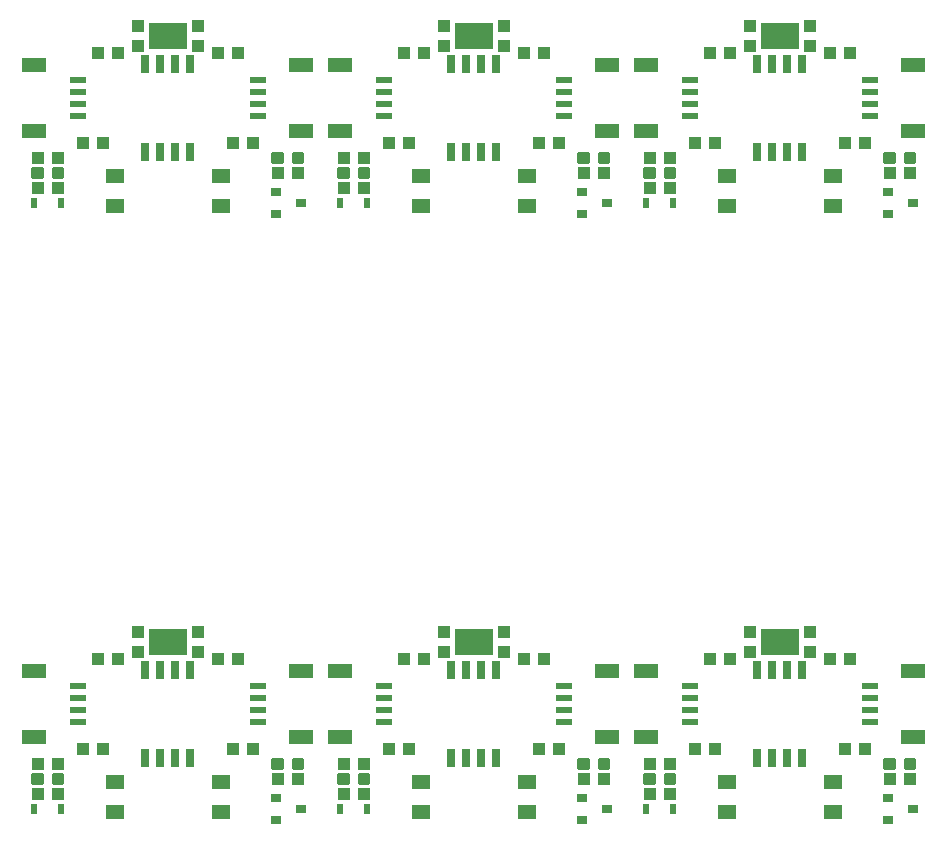
<source format=gtp>
G75*
%MOIN*%
%OFA0B0*%
%FSLAX25Y25*%
%IPPOS*%
%LPD*%
%AMOC8*
5,1,8,0,0,1.08239X$1,22.5*
%
%ADD10R,0.04331X0.03937*%
%ADD11R,0.02480X0.03268*%
%ADD12C,0.01181*%
%ADD13R,0.07874X0.04724*%
%ADD14R,0.05315X0.02362*%
%ADD15R,0.03937X0.04331*%
%ADD16R,0.13000X0.08800*%
%ADD17R,0.03543X0.03150*%
%ADD18R,0.03000X0.06000*%
%ADD19R,0.05906X0.05118*%
D10*
X0033154Y0161500D03*
X0039846Y0161500D03*
X0039846Y0171500D03*
X0033154Y0171500D03*
X0048154Y0176500D03*
X0054846Y0176500D03*
X0053154Y0206500D03*
X0059846Y0206500D03*
X0093154Y0206500D03*
X0099846Y0206500D03*
X0098154Y0176500D03*
X0104846Y0176500D03*
X0113154Y0166500D03*
X0119846Y0166500D03*
X0135154Y0161500D03*
X0141846Y0161500D03*
X0141846Y0171500D03*
X0135154Y0171500D03*
X0150154Y0176500D03*
X0156846Y0176500D03*
X0155154Y0206500D03*
X0161846Y0206500D03*
X0195154Y0206500D03*
X0201846Y0206500D03*
X0200154Y0176500D03*
X0206846Y0176500D03*
X0215154Y0166500D03*
X0221846Y0166500D03*
X0237154Y0161500D03*
X0243846Y0161500D03*
X0243846Y0171500D03*
X0237154Y0171500D03*
X0252154Y0176500D03*
X0258846Y0176500D03*
X0257154Y0206500D03*
X0263846Y0206500D03*
X0297154Y0206500D03*
X0303846Y0206500D03*
X0302154Y0176500D03*
X0308846Y0176500D03*
X0317154Y0166500D03*
X0323846Y0166500D03*
X0243846Y0363500D03*
X0237154Y0363500D03*
X0237154Y0373500D03*
X0243846Y0373500D03*
X0252154Y0378500D03*
X0258846Y0378500D03*
X0257154Y0408500D03*
X0263846Y0408500D03*
X0297154Y0408500D03*
X0303846Y0408500D03*
X0302154Y0378500D03*
X0308846Y0378500D03*
X0317154Y0368500D03*
X0323846Y0368500D03*
X0221846Y0368500D03*
X0215154Y0368500D03*
X0206846Y0378500D03*
X0200154Y0378500D03*
X0201846Y0408500D03*
X0195154Y0408500D03*
X0161846Y0408500D03*
X0155154Y0408500D03*
X0156846Y0378500D03*
X0150154Y0378500D03*
X0141846Y0373500D03*
X0135154Y0373500D03*
X0135154Y0363500D03*
X0141846Y0363500D03*
X0119846Y0368500D03*
X0113154Y0368500D03*
X0104846Y0378500D03*
X0098154Y0378500D03*
X0099846Y0408500D03*
X0093154Y0408500D03*
X0059846Y0408500D03*
X0053154Y0408500D03*
X0054846Y0378500D03*
X0048154Y0378500D03*
X0039846Y0373500D03*
X0033154Y0373500D03*
X0033154Y0363500D03*
X0039846Y0363500D03*
D11*
X0041028Y0358500D03*
X0031972Y0358500D03*
X0133972Y0358500D03*
X0143028Y0358500D03*
X0235972Y0358500D03*
X0245028Y0358500D03*
X0245028Y0156500D03*
X0235972Y0156500D03*
X0143028Y0156500D03*
X0133972Y0156500D03*
X0041028Y0156500D03*
X0031972Y0156500D03*
D12*
X0034425Y0165122D02*
X0034425Y0167878D01*
X0034425Y0165122D02*
X0031669Y0165122D01*
X0031669Y0167878D01*
X0034425Y0167878D01*
X0034425Y0166302D02*
X0031669Y0166302D01*
X0031669Y0167482D02*
X0034425Y0167482D01*
X0041331Y0167878D02*
X0041331Y0165122D01*
X0038575Y0165122D01*
X0038575Y0167878D01*
X0041331Y0167878D01*
X0041331Y0166302D02*
X0038575Y0166302D01*
X0038575Y0167482D02*
X0041331Y0167482D01*
X0114425Y0170122D02*
X0114425Y0172878D01*
X0114425Y0170122D02*
X0111669Y0170122D01*
X0111669Y0172878D01*
X0114425Y0172878D01*
X0114425Y0171302D02*
X0111669Y0171302D01*
X0111669Y0172482D02*
X0114425Y0172482D01*
X0121331Y0172878D02*
X0121331Y0170122D01*
X0118575Y0170122D01*
X0118575Y0172878D01*
X0121331Y0172878D01*
X0121331Y0171302D02*
X0118575Y0171302D01*
X0118575Y0172482D02*
X0121331Y0172482D01*
X0136425Y0167878D02*
X0136425Y0165122D01*
X0133669Y0165122D01*
X0133669Y0167878D01*
X0136425Y0167878D01*
X0136425Y0166302D02*
X0133669Y0166302D01*
X0133669Y0167482D02*
X0136425Y0167482D01*
X0143331Y0167878D02*
X0143331Y0165122D01*
X0140575Y0165122D01*
X0140575Y0167878D01*
X0143331Y0167878D01*
X0143331Y0166302D02*
X0140575Y0166302D01*
X0140575Y0167482D02*
X0143331Y0167482D01*
X0216425Y0170122D02*
X0216425Y0172878D01*
X0216425Y0170122D02*
X0213669Y0170122D01*
X0213669Y0172878D01*
X0216425Y0172878D01*
X0216425Y0171302D02*
X0213669Y0171302D01*
X0213669Y0172482D02*
X0216425Y0172482D01*
X0223331Y0172878D02*
X0223331Y0170122D01*
X0220575Y0170122D01*
X0220575Y0172878D01*
X0223331Y0172878D01*
X0223331Y0171302D02*
X0220575Y0171302D01*
X0220575Y0172482D02*
X0223331Y0172482D01*
X0238425Y0167878D02*
X0238425Y0165122D01*
X0235669Y0165122D01*
X0235669Y0167878D01*
X0238425Y0167878D01*
X0238425Y0166302D02*
X0235669Y0166302D01*
X0235669Y0167482D02*
X0238425Y0167482D01*
X0245331Y0167878D02*
X0245331Y0165122D01*
X0242575Y0165122D01*
X0242575Y0167878D01*
X0245331Y0167878D01*
X0245331Y0166302D02*
X0242575Y0166302D01*
X0242575Y0167482D02*
X0245331Y0167482D01*
X0318425Y0170122D02*
X0318425Y0172878D01*
X0318425Y0170122D02*
X0315669Y0170122D01*
X0315669Y0172878D01*
X0318425Y0172878D01*
X0318425Y0171302D02*
X0315669Y0171302D01*
X0315669Y0172482D02*
X0318425Y0172482D01*
X0325331Y0172878D02*
X0325331Y0170122D01*
X0322575Y0170122D01*
X0322575Y0172878D01*
X0325331Y0172878D01*
X0325331Y0171302D02*
X0322575Y0171302D01*
X0322575Y0172482D02*
X0325331Y0172482D01*
X0245331Y0367122D02*
X0245331Y0369878D01*
X0245331Y0367122D02*
X0242575Y0367122D01*
X0242575Y0369878D01*
X0245331Y0369878D01*
X0245331Y0368302D02*
X0242575Y0368302D01*
X0242575Y0369482D02*
X0245331Y0369482D01*
X0238425Y0369878D02*
X0238425Y0367122D01*
X0235669Y0367122D01*
X0235669Y0369878D01*
X0238425Y0369878D01*
X0238425Y0368302D02*
X0235669Y0368302D01*
X0235669Y0369482D02*
X0238425Y0369482D01*
X0223331Y0372122D02*
X0223331Y0374878D01*
X0223331Y0372122D02*
X0220575Y0372122D01*
X0220575Y0374878D01*
X0223331Y0374878D01*
X0223331Y0373302D02*
X0220575Y0373302D01*
X0220575Y0374482D02*
X0223331Y0374482D01*
X0216425Y0374878D02*
X0216425Y0372122D01*
X0213669Y0372122D01*
X0213669Y0374878D01*
X0216425Y0374878D01*
X0216425Y0373302D02*
X0213669Y0373302D01*
X0213669Y0374482D02*
X0216425Y0374482D01*
X0143331Y0369878D02*
X0143331Y0367122D01*
X0140575Y0367122D01*
X0140575Y0369878D01*
X0143331Y0369878D01*
X0143331Y0368302D02*
X0140575Y0368302D01*
X0140575Y0369482D02*
X0143331Y0369482D01*
X0136425Y0369878D02*
X0136425Y0367122D01*
X0133669Y0367122D01*
X0133669Y0369878D01*
X0136425Y0369878D01*
X0136425Y0368302D02*
X0133669Y0368302D01*
X0133669Y0369482D02*
X0136425Y0369482D01*
X0121331Y0372122D02*
X0121331Y0374878D01*
X0121331Y0372122D02*
X0118575Y0372122D01*
X0118575Y0374878D01*
X0121331Y0374878D01*
X0121331Y0373302D02*
X0118575Y0373302D01*
X0118575Y0374482D02*
X0121331Y0374482D01*
X0114425Y0374878D02*
X0114425Y0372122D01*
X0111669Y0372122D01*
X0111669Y0374878D01*
X0114425Y0374878D01*
X0114425Y0373302D02*
X0111669Y0373302D01*
X0111669Y0374482D02*
X0114425Y0374482D01*
X0041331Y0369878D02*
X0041331Y0367122D01*
X0038575Y0367122D01*
X0038575Y0369878D01*
X0041331Y0369878D01*
X0041331Y0368302D02*
X0038575Y0368302D01*
X0038575Y0369482D02*
X0041331Y0369482D01*
X0034425Y0369878D02*
X0034425Y0367122D01*
X0031669Y0367122D01*
X0031669Y0369878D01*
X0034425Y0369878D01*
X0034425Y0368302D02*
X0031669Y0368302D01*
X0031669Y0369482D02*
X0034425Y0369482D01*
X0318425Y0372122D02*
X0318425Y0374878D01*
X0318425Y0372122D02*
X0315669Y0372122D01*
X0315669Y0374878D01*
X0318425Y0374878D01*
X0318425Y0373302D02*
X0315669Y0373302D01*
X0315669Y0374482D02*
X0318425Y0374482D01*
X0325331Y0374878D02*
X0325331Y0372122D01*
X0322575Y0372122D01*
X0322575Y0374878D01*
X0325331Y0374878D01*
X0325331Y0373302D02*
X0322575Y0373302D01*
X0322575Y0374482D02*
X0325331Y0374482D01*
D13*
X0324969Y0382476D03*
X0324969Y0404524D03*
X0236031Y0404524D03*
X0222969Y0404524D03*
X0222969Y0382476D03*
X0236031Y0382476D03*
X0134031Y0382476D03*
X0120969Y0382476D03*
X0120969Y0404524D03*
X0134031Y0404524D03*
X0032031Y0404524D03*
X0032031Y0382476D03*
X0032031Y0202524D03*
X0032031Y0180476D03*
X0120969Y0180476D03*
X0134031Y0180476D03*
X0134031Y0202524D03*
X0120969Y0202524D03*
X0222969Y0202524D03*
X0236031Y0202524D03*
X0236031Y0180476D03*
X0222969Y0180476D03*
X0324969Y0180476D03*
X0324969Y0202524D03*
D14*
X0310500Y0197406D03*
X0310500Y0193469D03*
X0310500Y0189531D03*
X0310500Y0185594D03*
X0250500Y0185594D03*
X0250500Y0189531D03*
X0250500Y0193469D03*
X0250500Y0197406D03*
X0208500Y0197406D03*
X0208500Y0193469D03*
X0208500Y0189531D03*
X0208500Y0185594D03*
X0148500Y0185594D03*
X0148500Y0189531D03*
X0148500Y0193469D03*
X0148500Y0197406D03*
X0106500Y0197406D03*
X0106500Y0193469D03*
X0106500Y0189531D03*
X0106500Y0185594D03*
X0046500Y0185594D03*
X0046500Y0189531D03*
X0046500Y0193469D03*
X0046500Y0197406D03*
X0046500Y0387594D03*
X0046500Y0391531D03*
X0046500Y0395469D03*
X0046500Y0399406D03*
X0106500Y0399406D03*
X0106500Y0395469D03*
X0106500Y0391531D03*
X0106500Y0387594D03*
X0148500Y0387594D03*
X0148500Y0391531D03*
X0148500Y0395469D03*
X0148500Y0399406D03*
X0208500Y0399406D03*
X0208500Y0395469D03*
X0208500Y0391531D03*
X0208500Y0387594D03*
X0250500Y0387594D03*
X0250500Y0391531D03*
X0250500Y0395469D03*
X0250500Y0399406D03*
X0310500Y0399406D03*
X0310500Y0395469D03*
X0310500Y0391531D03*
X0310500Y0387594D03*
D15*
X0290500Y0410654D03*
X0290500Y0417346D03*
X0270500Y0417346D03*
X0270500Y0410654D03*
X0188500Y0410654D03*
X0188500Y0417346D03*
X0168500Y0417346D03*
X0168500Y0410654D03*
X0086500Y0410654D03*
X0086500Y0417346D03*
X0066500Y0417346D03*
X0066500Y0410654D03*
X0066500Y0215346D03*
X0066500Y0208654D03*
X0086500Y0208654D03*
X0086500Y0215346D03*
X0168500Y0215346D03*
X0168500Y0208654D03*
X0188500Y0208654D03*
X0188500Y0215346D03*
X0270500Y0215346D03*
X0270500Y0208654D03*
X0290500Y0208654D03*
X0290500Y0215346D03*
D16*
X0280500Y0212000D03*
X0178500Y0212000D03*
X0076500Y0212000D03*
X0076500Y0414000D03*
X0178500Y0414000D03*
X0280500Y0414000D03*
D17*
X0112563Y0152760D03*
X0112563Y0160240D03*
X0120831Y0156500D03*
X0214563Y0152760D03*
X0214563Y0160240D03*
X0222831Y0156500D03*
X0316563Y0152760D03*
X0316563Y0160240D03*
X0324831Y0156500D03*
X0316563Y0354760D03*
X0316563Y0362240D03*
X0324831Y0358500D03*
X0222831Y0358500D03*
X0214563Y0354760D03*
X0214563Y0362240D03*
X0120831Y0358500D03*
X0112563Y0354760D03*
X0112563Y0362240D03*
D18*
X0084000Y0375500D03*
X0079000Y0375500D03*
X0074000Y0375500D03*
X0069000Y0375500D03*
X0069000Y0404673D03*
X0074000Y0404673D03*
X0079000Y0404673D03*
X0084000Y0404673D03*
X0171000Y0404673D03*
X0176000Y0404673D03*
X0181000Y0404673D03*
X0186000Y0404673D03*
X0186000Y0375500D03*
X0181000Y0375500D03*
X0176000Y0375500D03*
X0171000Y0375500D03*
X0273000Y0375500D03*
X0278000Y0375500D03*
X0283000Y0375500D03*
X0288000Y0375500D03*
X0288000Y0404673D03*
X0283000Y0404673D03*
X0278000Y0404673D03*
X0273000Y0404673D03*
X0273000Y0202673D03*
X0278000Y0202673D03*
X0283000Y0202673D03*
X0288000Y0202673D03*
X0288000Y0173500D03*
X0283000Y0173500D03*
X0278000Y0173500D03*
X0273000Y0173500D03*
X0186000Y0173500D03*
X0181000Y0173500D03*
X0176000Y0173500D03*
X0171000Y0173500D03*
X0171000Y0202673D03*
X0176000Y0202673D03*
X0181000Y0202673D03*
X0186000Y0202673D03*
X0084000Y0202673D03*
X0079000Y0202673D03*
X0074000Y0202673D03*
X0069000Y0202673D03*
X0069000Y0173500D03*
X0074000Y0173500D03*
X0079000Y0173500D03*
X0084000Y0173500D03*
D19*
X0094217Y0165500D03*
X0094217Y0155500D03*
X0058783Y0155500D03*
X0058783Y0165500D03*
X0160783Y0165500D03*
X0160783Y0155500D03*
X0196217Y0155500D03*
X0196217Y0165500D03*
X0262783Y0165500D03*
X0262783Y0155500D03*
X0298217Y0155500D03*
X0298217Y0165500D03*
X0298217Y0357500D03*
X0298217Y0367500D03*
X0262783Y0367500D03*
X0262783Y0357500D03*
X0196217Y0357500D03*
X0196217Y0367500D03*
X0160783Y0367500D03*
X0160783Y0357500D03*
X0094217Y0357500D03*
X0094217Y0367500D03*
X0058783Y0367500D03*
X0058783Y0357500D03*
M02*

</source>
